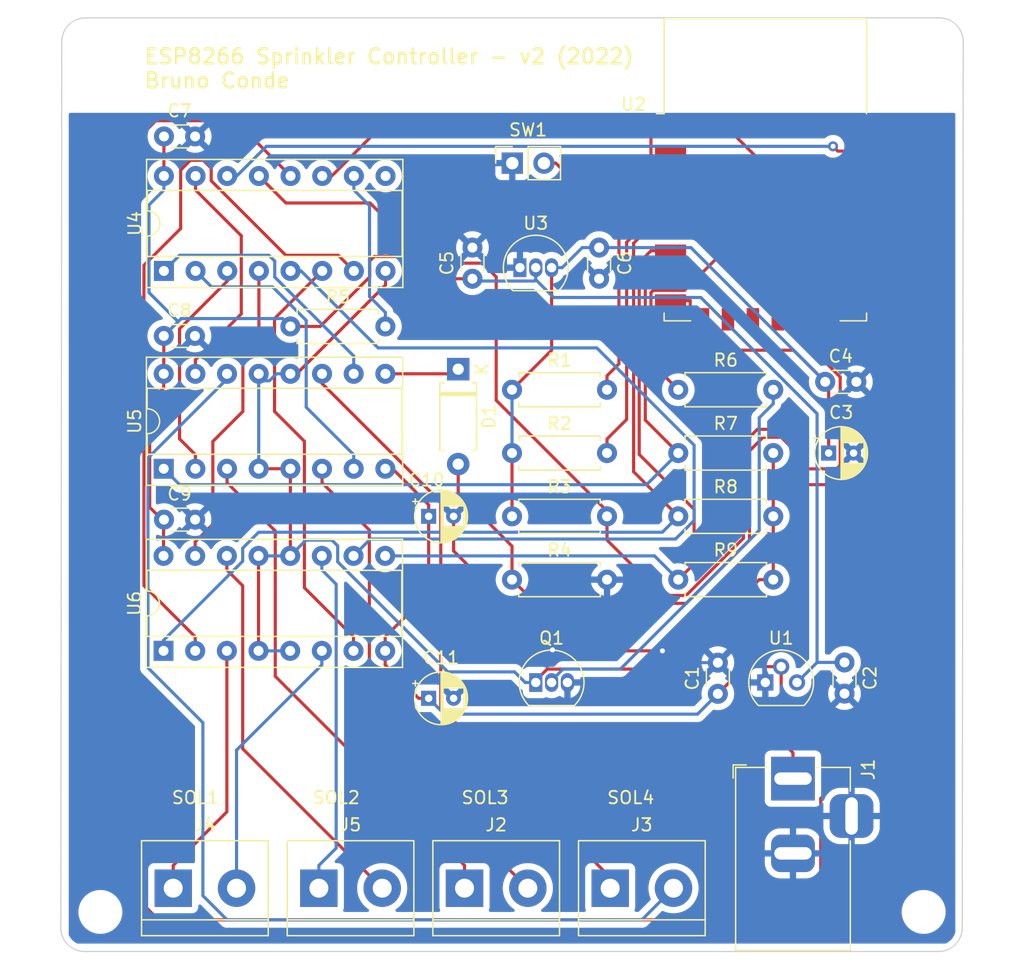
<source format=kicad_pcb>
(kicad_pcb (version 20211014) (generator pcbnew)
  (title_block (date "2022-10-23") (rev "2"))
  (layers (0 "F.Cu" signal) (31 "B.Cu" signal) (34 "B.Paste" user) (35 "F.Paste" user) (36 "B.SilkS" user "B.Silkscreen") (37 "F.SilkS" user "F.Silkscreen") (38 "B.Mask" user) (39 "F.Mask" user) (44 "Edge.Cuts" user))
  (net 0 "")
  (net 1 "+9V")
  (net 2 "Net-(J2-Pad2)")
  (net 3 "Net-(J3-Pad1)")
  (net 4 "Net-(J3-Pad2)")
  (net 5 "+3V3")
  (net 7 "Net-(J2-Pad1)")
  (net 8 "Net-(R2-Pad2)")
  (net 9 "/GND_EN")
  (net 10 "Net-(Q1-Pad2)")
  (net 11 "Net-(R1-Pad2)")
  (net 12 "/GPIO0")
  (net 13 "/GPIO15")
  (net 14 "Net-(R5-Pad2)")
  (net 15 "/GPIO13")
  (net 16 "/GPIO14")
  (net 17 "/GPIO12")
  (net 23 "/GPIO2")
  (net 24 "/GPIO4")
  (net 25 "/GPIO5")
  (net 28 "+5V")
  (net 29 "GND")
  (net 30 "/QB")
  (net 31 "/QC")
  (net 32 "/QD")
  (net 33 "Net-(J4-Pad1)")
  (net 34 "Net-(J4-Pad2)")
  (net 35 "Net-(J5-Pad1)")
  (net 36 "Net-(J5-Pad2)")
  (net 37 "/QE")
  (net 38 "/QF")
  (net 39 "/QG")
  (net 40 "/QH")
  (net 42 "/QA")
  (net 43 "/GPIO3")
  (net 44 "Net-(D1-Pad1)")
  (footprint "Diode_THT:D_A-405_P7.62mm_Horizontal" (layer "F.Cu") (at 90.932 68.834 -90)
    (fp_text reference "D1")
    (fp_text value "D_Schottky")
  )
  (footprint "Package_DIP:DIP-16_W7.62mm_Socket" (layer "F.Cu") (at 67.295 91.44 90)
    (fp_text reference "U6")
    (fp_text value "L293D")
  )
  (footprint "TerminalBlock:TerminalBlock_bornier-2_P5.08mm" (layer "F.Cu") (at 68.072 110.49)
    (fp_text reference "J4")
    (fp_text value "Screw_Terminal_01x02 ST1")
  )
  (footprint "Package_DIP:DIP-16_W7.62mm_Socket" (layer "F.Cu") (at 67.31 76.825 90)
    (fp_text reference "U5")
    (fp_text value "L293D")
  )
  (footprint "Capacitor_THT:C_Disc_D3.0mm_W1.6mm_P2.50mm" (layer "F.Cu") (at 121.92 92.37 -90)
    (fp_text reference "C2")
    (fp_text value "C_Small")
  )
  (footprint "Capacitor_THT:CP_Radial_D4.0mm_P2.00mm" (layer "F.Cu") (at 88.5624 95.25)
    (fp_text reference "C11")
    (fp_text value "C_Polarized_Small")
  )
  (footprint "Resistor_THT:R_Axial_DIN0207_L6.3mm_D2.5mm_P7.62mm_Horizontal" (layer "F.Cu") (at 95.25 75.565)
    (fp_text reference "R2")
    (fp_text value "10KΩ")
  )
  (footprint "MountingHole:MountingHole_2.5mm" (layer "F.Cu") (at 62.23 112.395)
    (fp_text reference "REF1" hide)
    (fp_text value "MountingHole_2.5mm")
  )
  (footprint "Capacitor_THT:CP_Radial_D4.0mm_P2.00mm" (layer "F.Cu") (at 120.65 75.565)
    (fp_text reference "C3")
    (fp_text value "C_Polarized")
  )
  (footprint "Resistor_THT:R_Axial_DIN0207_L6.3mm_D2.5mm_P7.62mm_Horizontal" (layer "F.Cu") (at 77.47 65.405)
    (fp_text reference "R5")
    (fp_text value "1KΩ")
  )
  (footprint "Package_TO_SOT_THT:TO-92_Inline" (layer "F.Cu") (at 97.155 93.98)
    (fp_text reference "Q1")
    (fp_text value "BC547")
  )
  (footprint "Package_DIP:DIP-16_W7.62mm_Socket" (layer "F.Cu") (at 67.325 60.95 90)
    (fp_text reference "U4")
    (fp_text value "74HC595")
  )
  (footprint "Package_TO_SOT_THT:TO-92" (layer "F.Cu") (at 115.57 93.98)
    (fp_text reference "U1")
    (fp_text value "MCP1700-5002E_TO92")
  )
  (footprint "Package_TO_SOT_THT:TO-92_Inline" (layer "F.Cu") (at 95.885 60.685)
    (fp_text reference "U3")
    (fp_text value "MCP1700-3002E_TO92")
  )
  (footprint "TerminalBlock:TerminalBlock_bornier-2_P5.08mm" (layer "F.Cu") (at 79.756 110.49)
    (fp_text reference "J5")
    (fp_text value "Screw_Terminal_01x02 ST2")
  )
  (footprint "Capacitor_THT:C_Disc_D3.0mm_W1.6mm_P2.50mm" (layer "F.Cu") (at 67.33 50.155)
    (fp_text reference "C7")
    (fp_text value "C_Small")
  )
  (footprint "Resistor_THT:R_Axial_DIN0207_L6.3mm_D2.5mm_P7.62mm_Horizontal" (layer "F.Cu") (at 108.585 70.485)
    (fp_text reference "R6")
    (fp_text value "10KΩ")
  )
  (footprint "MountingHole:MountingHole_2.5mm" (layer "F.Cu") (at 128.27 112.395)
    (fp_text reference "REF2" hide)
    (fp_text value "MountingHole_2.5mm")
  )
  (footprint "Connector_BarrelJack:BarrelJack_Horizontal" (layer "F.Cu") (at 117.7875 101.696 90)
    (fp_text reference "J1")
    (fp_text value "Barrel_Jack_Switch")
  )
  (footprint "Resistor_THT:R_Axial_DIN0207_L6.3mm_D2.5mm_P7.62mm_Horizontal" (layer "F.Cu") (at 95.25 70.485)
    (fp_text reference "R1")
    (fp_text value "10KΩ")
  )
  (footprint "Resistor_THT:R_Axial_DIN0207_L6.3mm_D2.5mm_P7.62mm_Horizontal" (layer "F.Cu") (at 95.25 85.725)
    (fp_text reference "R4")
    (fp_text value "10KΩ")
  )
  (footprint "RF_Module:ESP-12E" (layer "F.Cu") (at 115.57 52.832)
    (fp_text reference "U2")
    (fp_text value "ESP-12F")
  )
  (footprint "Capacitor_THT:CP_Radial_D4.0mm_P2.00mm" (layer "F.Cu") (at 88.5624 80.645)
    (fp_text reference "C10")
    (fp_text value "C_Polarized_Small")
  )
  (footprint "Resistor_THT:R_Axial_DIN0207_L6.3mm_D2.5mm_P7.62mm_Horizontal" (layer "F.Cu") (at 108.585 80.645)
    (fp_text reference "R8")
    (fp_text value "1KΩ")
  )
  (footprint "Resistor_THT:R_Axial_DIN0207_L6.3mm_D2.5mm_P7.62mm_Horizontal" (layer "F.Cu") (at 95.25 80.645)
    (fp_text reference "R3")
    (fp_text value "10KΩ")
  )
  (footprint "Capacitor_THT:C_Disc_D3.0mm_W1.6mm_P2.50mm" (layer "F.Cu") (at 102.235 59.075 -90)
    (fp_text reference "C6")
    (fp_text value "C_Small")
  )
  (footprint "Capacitor_THT:C_Disc_D3.0mm_W1.6mm_P2.50mm" (layer "F.Cu") (at 67.33 80.909)
    (fp_text reference "C9")
    (fp_text value "C_Small")
  )
  (footprint "MountingHole:MountingHole_2.5mm" (layer "F.Cu") (at 128.27 43.815)
    (fp_text reference "REF4" hide)
    (fp_text value "MountingHole_2.5mm")
  )
  (footprint "Capacitor_THT:C_Disc_D3.0mm_W1.6mm_P2.50mm" (layer "F.Cu") (at 92.075 61.575 90)
    (fp_text reference "C5")
    (fp_text value "C_Small")
  )
  (footprint "Capacitor_THT:C_Disc_D3.0mm_W1.6mm_P2.50mm" (layer "F.Cu") (at 67.315 66.167)
    (fp_text reference "C8")
    (fp_text value "C_Small")
  )
  (footprint "Resistor_THT:R_Axial_DIN0207_L6.3mm_D2.5mm_P7.62mm_Horizontal" (layer "F.Cu") (at 108.585 85.725)
    (fp_text reference "R9")
    (fp_text value "1KΩ")
  )
  (footprint "Resistor_THT:R_Axial_DIN0207_L6.3mm_D2.5mm_P7.62mm_Horizontal" (layer "F.Cu") (at 108.585 75.565)
    (fp_text reference "R7")
    (fp_text value "1KΩ")
  )
  (footprint "MountingHole:MountingHole_2.5mm" (layer "F.Cu") (at 62.23 43.815)
    (fp_text reference "REF3" hide)
    (fp_text value "MountingHole_2.5mm")
  )
  (footprint "Capacitor_THT:C_Disc_D3.0mm_W1.6mm_P2.50mm" (layer "F.Cu") (at 111.76 94.89 90)
    (fp_text reference "C1")
    (fp_text value "C_Small")
  )
  (footprint "Connector_PinSocket_2.54mm:PinSocket_1x02_P2.54mm_Vertical" (layer "F.Cu") (at 95.27 52.299 90)
    (fp_text reference "SW1")
    (fp_text value "SW_Push")
  )
  (footprint "TerminalBlock:TerminalBlock_bornier-2_P5.08mm" (layer "F.Cu") (at 91.44 110.49)
    (fp_text reference "J2")
    (fp_text value "Screw_Terminal_01x02 ST3")
  )
  (footprint "TerminalBlock:TerminalBlock_bornier-2_P5.08mm" (layer "F.Cu") (at 103.124 110.49)
    (fp_text reference "J3")
    (fp_text value "Screw_Terminal_01x02 ST4")
  )
  (footprint "Capacitor_THT:C_Disc_D3.0mm_W1.6mm_P2.50mm" (layer "F.Cu") (at 120.3726 69.85)
    (fp_text reference "C4")
    (fp_text value "C_Small")
  )
  (gr_line (start 129.462962 115.57) (end 60.959999 115.57) (layer "Edge.Cuts") (width 0.1))
  (gr_arc (start 59.132038 42.544999) (mid 59.69 41.197961) (end 61.037038 40.639999) (layer "Edge.Cuts") (width 0.1))
  (gr_line (start 131.445001 42.544999) (end 131.367962 113.665) (layer "Edge.Cuts") (width 0.1))
  (gr_arc (start 129.540001 40.639999) (mid 130.887039 41.197961) (end 131.445001 42.544999) (layer "Edge.Cuts") (width 0.1))
  (gr_line (start 61.037038 40.639999) (end 129.540001 40.639999) (layer "Edge.Cuts") (width 0.1))
  (gr_arc (start 131.367962 113.665) (mid 130.81 115.012038) (end 129.462962 115.57) (layer "Edge.Cuts") (width 0.1))
  (gr_line (start 59.132038 42.544999) (end 59.054999 113.665) (layer "Edge.Cuts") (width 0.1))
  (gr_arc (start 60.959999 115.57) (mid 59.612961 115.012038) (end 59.054999 113.665) (layer "Edge.Cuts") (width 0.1))
  (gr_text "ESP8266 Sprinkler Controller - v2 (2022)\nBruno Conde" (at 65.659 44.704) (layer "F.SilkS") (effects (font (size 1.2 1.2) (thickness 0.2)) (justify left)))
  (gr_text "SOL3" (at 93.091 103.224) (layer "F.SilkS") (effects (font (size 1 1))))
  (gr_text "SOL2" (at 81.153 103.224) (layer "F.SilkS") (effects (font (size 1 1))))
  (gr_text "SOL4" (at 104.775 103.224) (layer "F.SilkS") (effects (font (size 1 1))))
  (gr_text "SOL1" (at 69.85 103.224) (layer "F.SilkS") (effects (font (size 1 1))))
  (segment (start 116.84 98.6734) (end 117.7875 99.6209) (width 0.25) (layer "F.Cu") (net 1))
  (segment (start 113.94 92.71) (end 116.3075 92.71) (width 0.25) (layer "F.Cu") (net 1))
  (segment (start 116.58 92.97) (end 116.58 92.9825) (width 0.25) (layer "F.Cu") (net 1))
  (segment (start 111.76 94.89) (end 113.94 92.71) (width 0.25) (layer "F.Cu") (net 1))
  (segment (start 88.5624 86.8275) (end 85.075 90.3149) (width 0.25) (layer "F.Cu") (net 1))
  (segment (start 116.84 93.2425) (end 116.84 98.6734) (width 0.25) (layer "F.Cu") (net 1))
  (segment (start 85.6675 76.825) (end 85.09 76.825) (width 0.25) (layer "F.Cu") (net 1))
  (segment (start 117.7875 99.6209) (end 117.7875 101.696) (width 0.25) (layer "F.Cu") (net 1))
  (segment (start 88.5624 80.645) (end 88.5624 79.7199) (width 0.25) (layer "F.Cu") (net 1))
  (segment (start 88.5624 79.7199) (end 85.6675 76.825) (width 0.25) (layer "F.Cu") (net 1))
  (segment (start 88.5624 80.645) (end 88.5624 86.8275) (width 0.25) (layer "F.Cu") (net 1))
  (segment (start 85.075 91.44) (end 85.075 90.3149) (width 0.25) (layer "F.Cu") (net 1))
  (segment (start 85.075 92.5651) (end 87.7599 95.25) (width 0.25) (layer "F.Cu") (net 1))
  (segment (start 87.7599 95.25) (end 88.5624 95.25) (width 0.25) (layer "F.Cu") (net 1))
  (segment (start 85.075 91.44) (end 85.075 92.5651) (width 0.25) (layer "F.Cu") (net 1))
  (segment (start 116.84 92.71) (end 116.58 92.97) (width 0.25) (layer "F.Cu") (net 1))
  (segment (start 116.58 92.9825) (end 116.84 93.2425) (width 0.25) (layer "F.Cu") (net 1))
  (segment (start 116.3075 92.71) (end 116.58 92.9825) (width 0.25) (layer "F.Cu") (net 1))
  (segment (start 110.13 96.52) (end 89.8324 96.52) (width 0.25) (layer "B.Cu") (net 1))
  (segment (start 89.8324 96.52) (end 88.5624 95.25) (width 0.25) (layer "B.Cu") (net 1))
  (segment (start 111.76 94.89) (end 110.13 96.52) (width 0.25) (layer "B.Cu") (net 1))
  (segment (start 83.805 81.7451) (end 80.01 77.9501) (width 0.25) (layer "F.Cu") (net 2))
  (segment (start 83.805 97.775) (end 83.805 81.7451) (width 0.25) (layer "F.Cu") (net 2))
  (segment (start 80.01 76.825) (end 80.01 77.9501) (width 0.25) (layer "F.Cu") (net 2))
  (segment (start 96.52 110.49) (end 83.805 97.775) (width 0.25) (layer "F.Cu") (net 2))
  (segment (start 80.01 69.9804) (end 80.01 69.205) (width 0.25) (layer "F.Cu") (net 3))
  (segment (start 103.124 110.49) (end 103.124 109.6151) (width 0.25) (layer "F.Cu") (net 3))
  (segment (start 89.535 79.5054) (end 80.01 69.9804) (width 0.25) (layer "F.Cu") (net 3))
  (segment (start 103.124 109.6151) (end 89.535 96.0261) (width 0.25) (layer "F.Cu") (net 3))
  (segment (start 89.535 96.0261) (end 89.535 79.5054) (width 0.25) (layer "F.Cu") (net 3))
  (segment (start 72.39 113.03) (end 70.4528 111.0928) (width 0.25) (layer "B.Cu") (net 4))
  (segment (start 105.664 113.03) (end 72.39 113.03) (width 0.25) (layer "B.Cu") (net 4))
  (segment (start 108.204 110.49) (end 105.664 113.03) (width 0.25) (layer "B.Cu") (net 4))
  (segment (start 70.4528 97.2093) (end 66.0471 92.8036) (width 0.25) (layer "B.Cu") (net 4))
  (segment (start 72.39 69.6167) (end 72.39 69.205) (width 0.25) (layer "B.Cu") (net 4))
  (segment (start 66.0471 92.8036) (end 66.0471 75.9596) (width 0.25) (layer "B.Cu") (net 4))
  (segment (start 66.0471 75.9596) (end 72.39 69.6167) (width 0.25) (layer "B.Cu") (net 4))
  (segment (start 70.4528 111.0928) (end 70.4528 97.2093) (width 0.25) (layer "B.Cu") (net 4))
  (segment (start 120.3726 69.85) (end 117.8326 67.31) (width 0.25) (layer "F.Cu") (net 5))
  (segment (start 95.25 75.565) (end 95.25 80.645) (width 0.25) (layer "F.Cu") (net 5))
  (segment (start 117.8326 67.31) (end 111.1814 67.31) (width 0.25) (layer "F.Cu") (net 5))
  (segment (start 111.1814 67.31) (end 109.5451 65.6737) (width 0.25) (layer "F.Cu") (net 5))
  (segment (start 120.65 75.565) (end 120.65 74.6399) (width 0.25) (layer "F.Cu") (net 5))
  (segment (start 120.65 74.6399) (end 120.65 70.1274) (width 0.25) (layer "F.Cu") (net 5))
  (segment (start 109.5451 65.6737) (end 109.5451 63.332) (width 0.25) (layer "F.Cu") (net 5))
  (segment (start 98.425 60.685) (end 98.425 67.31) (width 0.25) (layer "F.Cu") (net 5))
  (segment (start 120.65 70.1274) (end 120.3726 69.85) (width 0.25) (layer "F.Cu") (net 5))
  (segment (start 109.5451 63.332) (end 107.97 63.332) (width 0.25) (layer "F.Cu") (net 5))
  (segment (start 98.425 67.31) (end 95.25 70.485) (width 0.25) (layer "F.Cu") (net 5))
  (segment (start 100.8851 59.075) (end 99.2751 60.685) (width 0.25) (layer "B.Cu") (net 5))
  (segment (start 98.425 60.685) (end 99.2751 60.685) (width 0.25) (layer "B.Cu") (net 5))
  (segment (start 102.235 59.075) (end 100.8851 59.075) (width 0.25) (layer "B.Cu") (net 5))
  (segment (start 95.25 75.565) (end 95.25 70.485) (width 0.25) (layer "B.Cu") (net 5))
  (segment (start 109.5976 59.075) (end 102.235 59.075) (width 0.25) (layer "B.Cu") (net 5))
  (segment (start 120.3726 69.85) (end 109.5976 59.075) (width 0.25) (layer "B.Cu") (net 5))
  (segment (start 76.2589 93.4838) (end 76.2589 81.819) (width 0.25) (layer "F.Cu") (net 7))
  (segment (start 76.2589 81.819) (end 72.39 77.9501) (width 0.25) (layer "F.Cu") (net 7))
  (segment (start 91.44 108.6649) (end 76.2589 93.4838) (width 0.25) (layer "F.Cu") (net 7))
  (segment (start 72.39 76.825) (end 72.39 77.9501) (width 0.25) (layer "F.Cu") (net 7))
  (segment (start 91.44 110.49) (end 91.44 108.6649) (width 0.25) (layer "F.Cu") (net 7))
  (segment (start 108.42205 53.332) (end 109.855 54.76495) (width 0.25) (layer "F.Cu") (net 8))
  (segment (start 109.855 55.846022) (end 109.544511 56.156511) (width 0.25) (layer "F.Cu") (net 8))
  (segment (start 109.855 54.76495) (end 109.855 55.846022) (width 0.25) (layer "F.Cu") (net 8))
  (segment (start 106.930889 56.156511) (end 104.4446 58.6428) (width 0.25) (layer "F.Cu") (net 8))
  (segment (start 109.544511 56.156511) (end 106.930889 56.156511) (width 0.25) (layer "F.Cu") (net 8))
  (segment (start 102.87 74.4399) (end 102.87 75.565) (width 0.25) (layer "F.Cu") (net 8))
  (segment (start 107.97 53.332) (end 108.42205 53.332) (width 0.25) (layer "F.Cu") (net 8))
  (segment (start 104.4446 72.8653) (end 102.87 74.4399) (width 0.25) (layer "F.Cu") (net 8))
  (segment (start 104.4446 58.6428) (end 104.4446 72.8653) (width 0.25) (layer "F.Cu") (net 8))
  (segment (start 116.205 85.725) (end 116.205 80.645) (width 0.25) (layer "F.Cu") (net 9))
  (segment (start 85.105 60.95) (end 85.105 62.0751) (width 0.25) (layer "F.Cu") (net 9))
  (segment (start 77.9751 69.205) (end 77.47 69.205) (width 0.25) (layer "F.Cu") (net 9))
  (segment (start 115.0799 85.725) (end 107.9 92.9049) (width 0.25) (layer "F.Cu") (net 9))
  (segment (start 85.105 62.0751) (end 77.9751 69.205) (width 0.25) (layer "F.Cu") (net 9))
  (segment (start 77.47 76.825) (end 74.93 76.825) (width 0.25) (layer "F.Cu") (net 9))
  (segment (start 116.205 80.645) (end 116.205 75.565) (width 0.25) (layer "F.Cu") (net 9))
  (segment (start 77.455 83.82) (end 77.47 83.805) (width 0.25) (layer "F.Cu") (net 9))
  (segment (start 98.073698 92.9049) (end 97.155 93.823598) (width 0.25) (layer "F.Cu") (net 9))
  (segment (start 97.155 93.823598) (end 97.155 93.98) (width 0.25) (layer "F.Cu") (net 9))
  (segment (start 77.47 83.805) (end 77.47 76.825) (width 0.25) (layer "F.Cu") (net 9))
  (segment (start 116.205 85.725) (end 115.0799 85.725) (width 0.25) (layer "F.Cu") (net 9))
  (segment (start 74.915 91.44) (end 74.915 83.82) (width 0.25) (layer "F.Cu") (net 9))
  (segment (start 107.9 92.9049) (end 98.073698 92.9049) (width 0.25) (layer "F.Cu") (net 9))
  (segment (start 78.725 82.55) (end 77.455 83.82) (width 0.25) (layer "B.Cu") (net 9))
  (segment (start 95.4548 93.1299) (end 90.1012 93.1299) (width 0.25) (layer "B.Cu") (net 9))
  (segment (start 74.93 69.7675) (end 74.93 70.3301) (width 0.25) (layer "B.Cu") (net 9))
  (segment (start 96.3049 93.98) (end 95.4548 93.1299) (width 0.25) (layer "B.Cu") (net 9))
  (segment (start 74.93 70.3301) (end 74.93 75.6999) (width 0.25) (layer "B.Cu") (net 9))
  (segment (start 74.93 69.205) (end 74.93 69.7675) (width 0.25) (layer "B.Cu") (net 9))
  (segment (start 81.265 83.01665) (end 80.79835 82.55) (width 0.25) (layer "B.Cu") (net 9))
  (segment (start 80.79835 82.55) (end 78.725 82.55) (width 0.25) (layer "B.Cu") (net 9))
  (segment (start 97.155 93.98) (end 96.3049 93.98) (width 0.25) (layer "B.Cu") (net 9))
  (segment (start 74.93 76.825) (end 74.93 75.6999) (width 0.25) (layer "B.Cu") (net 9))
  (segment (start 75.7824 69.7675) (end 76.3449 69.205) (width 0.25) (layer "B.Cu") (net 9))
  (segment (start 90.1012 93.1299) (end 81.265 84.2937) (width 0.25) (layer "B.Cu") (net 9))
  (segment (start 74.93 69.7675) (end 75.7824 69.7675) (width 0.25) (layer "B.Cu") (net 9))
  (segment (start 81.265 84.2937) (end 81.265 83.01665) (width 0.25) (layer "B.Cu") (net 9))
  (segment (start 77.455 91.44) (end 74.915 91.44) (width 0.25) (layer "B.Cu") (net 9))
  (segment (start 77.455 83.82) (end 74.915 83.82) (width 0.25) (layer "B.Cu") (net 9))
  (segment (start 77.47 69.205) (end 76.3449 69.205) (width 0.25) (layer "B.Cu") (net 9))
  (segment (start 99.343698 92.9049) (end 98.425 93.823598) (width 0.25) (layer "B.Cu") (net 10))
  (segment (start 115.0799 81.7701) (end 103.9451 92.9049) (width 0.25) (layer "B.Cu") (net 10))
  (segment (start 115.0799 72.7352) (end 115.0799 81.7701) (width 0.25) (layer "B.Cu") (net 10))
  (segment (start 116.205 70.485) (end 116.205 71.6101) (width 0.25) (layer "B.Cu") (net 10))
  (segment (start 116.205 71.6101) (end 115.0799 72.7352) (width 0.25) (layer "B.Cu") (net 10))
  (segment (start 98.425 93.823598) (end 98.425 93.98) (width 0.25) (layer "B.Cu") (net 10))
  (segment (start 103.9451 92.9049) (end 99.343698 92.9049) (width 0.25) (layer "B.Cu") (net 10))
  (segment (start 98.7674 52.299) (end 97.81 52.299) (width 0.25) (layer "F.Cu") (net 11))
  (segment (start 103.8258 57.3574) (end 98.7674 52.299) (width 0.25) (layer "F.Cu") (net 11))
  (segment (start 104.3695 57.3574) (end 106.3949 55.332) (width 0.25) (layer "F.Cu") (net 11))
  (segment (start 106.3949 55.332) (end 106.3949 49.332) (width 0.25) (layer "F.Cu") (net 11))
  (segment (start 107.97 55.332) (end 106.3949 55.332) (width 0.25) (layer "F.Cu") (net 11))
  (segment (start 103.8258 57.3574) (end 104.3695 57.3574) (width 0.25) (layer "F.Cu") (net 11))
  (segment (start 103.8258 68.4041) (end 102.87 69.3599) (width 0.25) (layer "F.Cu") (net 11))
  (segment (start 102.87 70.485) (end 102.87 69.3599) (width 0.25) (layer "F.Cu") (net 11))
  (segment (start 107.97 49.332) (end 106.3949 49.332) (width 0.25) (layer "F.Cu") (net 11))
  (segment (start 103.8258 57.3574) (end 103.8258 68.4041) (width 0.25) (layer "F.Cu") (net 11))
  (segment (start 93.98 71.3331) (end 93.98 61.4244) (width 0.25) (layer "F.Cu") (net 12))
  (segment (start 102.87 82.55) (end 107.315 86.995) (width 0.25) (layer "F.Cu") (net 12))
  (segment (start 119.7448 67.6319) (end 119.7448 59.1821) (width 0.25) (layer "F.Cu") (net 12))
  (segment (start 121.5949 57.332) (end 123.17 57.332) (width 0.25) (layer "F.Cu") (net 12))
  (segment (start 102.87 80.2231) (end 93.98 71.3331) (width 0.25) (layer "F.Cu") (net 12))
  (segment (start 102.87 80.645) (end 102.87 80.2231) (width 0.25) (layer "F.Cu") (net 12))
  (segment (start 119.7448 59.1821) (end 121.5949 57.332) (width 0.25) (layer "F.Cu") (net 12))
  (segment (start 121.285 76.835) (end 121.574511 76.545489) (width 0.25) (layer "F.Cu") (net 12))
  (segment (start 77.1115 55.4965) (end 74.945 53.33) (width 0.25) (layer "F.Cu") (net 12))
  (segment (start 93.98 61.4244) (end 92.8806 60.325) (width 0.25) (layer "F.Cu") (net 12))
  (segment (start 109.219282 86.995) (end 113.8127 82.401582) (width 0.25) (layer "F.Cu") (net 12))
  (segment (start 102.87 80.645) (end 102.87 82.55) (width 0.25) (layer "F.Cu") (net 12))
  (segment (start 113.8127 82.401582) (end 113.8127 74.7823) (width 0.25) (layer "F.Cu") (net 12))
  (segment (start 107.315 86.995) (end 109.219282 86.995) (width 0.25) (layer "F.Cu") (net 12))
  (segment (start 116.84 73.66) (end 118.11 74.93) (width 0.25) (layer "F.Cu") (net 12))
  (segment (start 121.574511 69.461611) (end 119.7448 67.6319) (width 0.25) (layer "F.Cu") (net 12))
  (segment (start 83.8572 55.4965) (end 77.1115 55.4965) (width 0.25) (layer "F.Cu") (net 12))
  (segment (start 92.8806 60.325) (end 88.6857 60.325) (width 0.25) (layer "F.Cu") (net 12))
  (segment (start 113.8127 74.7823) (end 114.935 73.66) (width 0.25) (layer "F.Cu") (net 12))
  (segment (start 114.935 73.66) (end 116.84 73.66) (width 0.25) (layer "F.Cu") (net 12))
  (segment (start 88.6857 60.325) (end 83.8572 55.4965) (width 0.25) (layer "F.Cu") (net 12))
  (segment (start 121.574511 76.545489) (end 121.574511 69.461611) (width 0.25) (layer "F.Cu") (net 12))
  (segment (start 118.110718 76.835) (end 121.285 76.835) (width 0.25) (layer "F.Cu") (net 12))
  (segment (start 118.11 76.834282) (end 118.110718 76.835) (width 0.25) (layer "F.Cu") (net 12))
  (segment (start 118.11 74.93) (end 118.11 76.834282) (width 0.25) (layer "F.Cu") (net 12))
  (segment (start 90.932 78.721511) (end 90.932 76.454) (width 0.25) (layer "F.Cu") (net 13))
  (segment (start 95.25 85.725) (end 95.25 83.039511) (width 0.25) (layer "F.Cu") (net 13))
  (segment (start 117.66048 75.116198) (end 117.66048 77.02048) (width 0.25) (layer "F.Cu") (net 13))
  (segment (start 118.745 78.105) (end 123.19 78.105) (width 0.25) (layer "F.Cu") (net 13))
  (segment (start 109.22 87.63) (end 114.3 82.55) (width 0.25) (layer "F.Cu") (net 13))
  (segment (start 116.839282 74.295) (end 117.66048 75.116198) (width 0.25) (layer "F.Cu") (net 13))
  (segment (start 95.25 85.725) (end 97.155 87.63) (width 0.25) (layer "F.Cu") (net 13))
  (segment (start 124.7451 76.5499) (end 124.7451 61.332) (width 0.25) (layer "F.Cu") (net 13))
  (segment (start 114.3 82.55) (end 114.3 75.39415) (width 0.25) (layer "F.Cu") (net 13))
  (segment (start 117.66048 77.02048) (end 118.745 78.105) (width 0.25) (layer "F.Cu") (net 13))
  (segment (start 123.19 78.105) (end 124.7451 76.5499) (width 0.25) (layer "F.Cu") (net 13))
  (segment (start 97.155 87.63) (end 109.22 87.63) (width 0.25) (layer "F.Cu") (net 13))
  (segment (start 114.3 75.39415) (end 115.39915 74.295) (width 0.25) (layer "F.Cu") (net 13))
  (segment (start 115.39915 74.295) (end 116.839282 74.295) (width 0.25) (layer "F.Cu") (net 13))
  (segment (start 124.7451 61.332) (end 123.17 61.332) (width 0.25) (layer "F.Cu") (net 13))
  (segment (start 95.25 83.039511) (end 90.932 78.721511) (width 0.25) (layer "F.Cu") (net 13))
  (segment (start 85.09 64.2799) (end 85.09 65.405) (width 0.25) (layer "B.Cu") (net 14))
  (segment (start 82.565 54.4551) (end 83.82 55.7101) (width 0.25) (layer "B.Cu") (net 14))
  (segment (start 83.82 55.7101) (end 83.82 63.0099) (width 0.25) (layer "B.Cu") (net 14))
  (segment (start 83.82 63.0099) (end 85.09 64.2799) (width 0.25) (layer "B.Cu") (net 14))
  (segment (start 82.565 53.33) (end 82.565 54.4551) (width 0.25) (layer "B.Cu") (net 14))
  (segment (start 105.9405 72.9205) (end 105.9405 61.7864) (width 0.25) (layer "F.Cu") (net 15))
  (segment (start 108.585 75.565) (end 105.9405 72.9205) (width 0.25) (layer "F.Cu") (net 15))
  (segment (start 105.9405 61.7864) (end 106.3949 61.332) (width 0.25) (layer "F.Cu") (net 15))
  (segment (start 107.97 61.332) (end 106.3949 61.332) (width 0.25) (layer "F.Cu") (net 15))
  (segment (start 108.585 75.565) (end 106.045 78.105) (width 0.25) (layer "B.Cu") (net 15))
  (segment (start 106.045 78.105) (end 68.59 78.105) (width 0.25) (layer "B.Cu") (net 15))
  (segment (start 68.59 78.105) (end 67.31 76.825) (width 0.25) (layer "B.Cu") (net 15))
  (segment (start 105.0033 77.0633) (end 108.585 80.645) (width 0.25) (layer "F.Cu") (net 16))
  (segment (start 107.97 57.332) (end 106.3949 57.332) (width 0.25) (layer "F.Cu") (net 16))
  (segment (start 105.0033 58.7236) (end 105.0033 77.0633) (width 0.25) (layer "F.Cu") (net 16))
  (segment (start 106.3949 57.332) (end 105.0033 58.7236) (width 0.25) (layer "F.Cu") (net 16))
  (segment (start 73.645 83.2) (end 73.645 84.2462) (width 0.25) (layer "B.Cu") (net 16))
  (segment (start 108.585 80.645) (end 107.3113 81.9187) (width 0.25) (layer "B.Cu") (net 16))
  (segment (start 74.9263 81.9187) (end 73.645 83.2) (width 0.25) (layer "B.Cu") (net 16))
  (segment (start 107.3113 81.9187) (end 74.9263 81.9187) (width 0.25) (layer "B.Cu") (net 16))
  (segment (start 73.645 84.2462) (end 67.295 90.5962) (width 0.25) (layer "B.Cu") (net 16))
  (segment (start 67.295 90.5962) (end 67.295 91.44) (width 0.25) (layer "B.Cu") (net 16))
  (segment (start 106.3949 59.332) (end 107.97 59.332) (width 0.25) (layer "F.Cu") (net 17))
  (segment (start 108.585 85.725) (end 109.855 84.455) (width 0.25) (layer "F.Cu") (net 17))
  (segment (start 109.855 80.0774) (end 105.4534 75.6758) (width 0.25) (layer "F.Cu") (net 17))
  (segment (start 105.4534 60.2735) (end 106.3949 59.332) (width 0.25) (layer "F.Cu") (net 17))
  (segment (start 109.855 84.455) (end 109.855 80.0774) (width 0.25) (layer "F.Cu") (net 17))
  (segment (start 105.4534 75.6758) (end 105.4534 60.2735) (width 0.25) (layer "F.Cu") (net 17))
  (segment (start 106.68 83.82) (end 85.075 83.82) (width 0.25) (layer "B.Cu") (net 17))
  (segment (start 108.585 85.725) (end 106.68 83.82) (width 0.25) (layer "B.Cu") (net 17))
  (segment (start 125.1984 98.1099) (end 125.1984 59.7853) (width 0.25) (layer "F.Cu") (net 23))
  (segment (start 73.05 48.895) (end 66.675 48.895) (width 0.25) (layer "F.Cu") (net 23))
  (segment (start 120.015 109.3117) (end 120.015 103.2933) (width 0.25) (layer "F.Cu") (net 23))
  (segment (start 124.7451 59.332) (end 123.17 59.332) (width 0.25) (layer "F.Cu") (net 23))
  (segment (start 65.2617 111.40205) (end 66.88965 113.03) (width 0.25) (layer "F.Cu") (net 23))
  (segment (start 120.015 103.2933) (end 125.1984 98.1099) (width 0.25) (layer "F.Cu") (net 23))
  (segment (start 116.2967 113.03) (end 120.015 109.3117) (width 0.25) (layer "F.Cu") (net 23))
  (segment (start 65.2617 50.3083) (end 65.2617 111.40205) (width 0.25) (layer "F.Cu") (net 23))
  (segment (start 125.1984 59.7853) (end 124.7451 59.332) (width 0.25) (layer "F.Cu") (net 23))
  (segment (start 77.485 53.33) (end 73.05 48.895) (width 0.25) (layer "F.Cu") (net 23))
  (segment (start 66.675 48.895) (end 65.2617 50.3083) (width 0.25) (layer "F.Cu") (net 23))
  (segment (start 66.88965 113.03) (end 116.2967 113.03) (width 0.25) (layer "F.Cu") (net 23))
  (segment (start 85.61035 48.5056) (end 80.78595 53.33) (width 0.25) (layer "F.Cu") (net 24))
  (segment (start 80.78595 53.33) (end 80.025 53.33) (width 0.25) (layer "F.Cu") (net 24))
  (segment (start 123.17 55.332) (end 124.373 55.332) (width 0.25) (layer "F.Cu") (net 24))
  (segment (start 125.095 54.61) (end 125.095 52.857978) (width 0.25) (layer "F.Cu") (net 24))
  (segment (start 125.095 52.857978) (end 124.421222 52.1842) (width 0.25) (layer "F.Cu") (net 24))
  (segment (start 124.421222 52.1842) (end 115.2309 52.1842) (width 0.25) (layer "F.Cu") (net 24))
  (segment (start 111.5523 48.5056) (end 85.61035 48.5056) (width 0.25) (layer "F.Cu") (net 24))
  (segment (start 115.2309 52.1842) (end 111.5523 48.5056) (width 0.25) (layer "F.Cu") (net 24))
  (segment (start 124.373 55.332) (end 125.095 54.61) (width 0.25) (layer "F.Cu") (net 24))
  (segment (start 106.5729 62.5068) (end 106.3948 62.6849) (width 0.25) (layer "F.Cu") (net 25))
  (segment (start 123.17 53.332) (end 118.2696 53.332) (width 0.25) (layer "F.Cu") (net 25))
  (segment (start 106.3948 62.6849) (end 106.3948 68.2948) (width 0.25) (layer "F.Cu") (net 25))
  (segment (start 109.0948 62.5068) (end 106.5729 62.5068) (width 0.25) (layer "F.Cu") (net 25))
  (segment (start 106.3948 68.2948) (end 108.585 70.485) (width 0.25) (layer "F.Cu") (net 25))
  (segment (start 118.2696 53.332) (end 109.0948 62.5068) (width 0.25) (layer "F.Cu") (net 25))
  (segment (start 88.5806 61.575) (end 92.075 61.575) (width 0.25) (layer "F.Cu") (net 28))
  (segment (start 67.31 68.6424) (end 67.31 69.205) (width 0.25) (layer "F.Cu") (net 28))
  (segment (start 77.47 65.405) (end 79.8587 65.405) (width 0.25) (layer "F.Cu") (net 28))
  (segment (start 79.8587 65.405) (end 83.835 61.4287) (width 0.25) (layer "F.Cu") (net 28))
  (segment (start 83.835 60.15165) (end 84.19415 59.7925) (width 0.25) (layer "F.Cu") (net 28))
  (segment (start 67.31 70.3301) (end 67.31 69.205) (width 0.25) (layer "F.Cu") (net 28))
  (segment (start 83.835 61.4287) (end 83.835 60.15165) (width 0.25) (layer "F.Cu") (net 28))
  (segment (start 66.1848 71.4553) (end 67.31 70.3301) (width 0.25) (layer "F.Cu") (net 28))
  (segment (start 67.295 81.031) (end 66.1848 79.9208) (width 0.25) (layer "F.Cu") (net 28))
  (segment (start 84.19415 59.7925) (end 86.7981 59.7925) (width 0.25) (layer "F.Cu") (net 28))
  (segment (start 67.31 68.6424) (end 67.31 68.0799) (width 0.25) (layer "F.Cu") (net 28))
  (segment (start 67.325 50.16) (end 67.33 50.155) (width 0.25) (layer "F.Cu") (net 28))
  (segment (start 67.315 68.0749) (end 67.315 66.167) (width 0.25) (layer "F.Cu") (net 28))
  (segment (start 66.1848 79.9208) (end 66.1848 71.4553) (width 0.25) (layer "F.Cu") (net 28))
  (segment (start 67.295 83.82) (end 67.295 81.031) (width 0.25) (layer "F.Cu") (net 28))
  (segment (start 86.7981 59.7925) (end 88.5806 61.575) (width 0.25) (layer "F.Cu") (net 28))
  (segment (start 67.325 53.33) (end 67.325 50.16) (width 0.25) (layer "F.Cu") (net 28))
  (segment (start 67.31 68.0799) (end 67.315 68.0749) (width 0.25) (layer "F.Cu") (net 28))
  (segment (start 119.72 72.405) (end 119.72 92.37) (width 0.25) (layer "B.Cu") (net 28))
  (segment (start 67.325 53.33) (end 67.325 54.4551) (width 0.25) (layer "B.Cu") (net 28))
  (segment (start 118.11 93.98) (end 119.72 92.37) (width 0.25) (layer "B.Cu") (net 28))
  (segment (start 110.3943 63.0793) (end 119.72 72.405) (width 0.25) (layer "B.Cu") (net 28))
  (segment (start 97.155 61.6475) (end 97.0424 61.7601) (width 0.25) (layer "B.Cu") (net 28))
  (segment (start 66.1303 62.6867) (end 66.1303 55.6498) (width 0.25) (layer "B.Cu") (net 28))
  (segment (start 97.0424 61.7601) (end 92.2601 61.7601) (width 0.25) (layer "B.Cu") (net 28))
  (segment (start 76.835 64.77) (end 77.47 65.405) (width 0.25) (layer "B.Cu") (net 28))
  (segment (start 92.2601 61.7601) (end 92.075 61.575) (width 0.25) (layer "B.Cu") (net 28))
  (segment (start 97.155 61.6475) (end 98.5868 63.0793) (width 0.25) (layer "B.Cu") (net 28))
  (segment (start 67.315 66.167) (end 68.4628 65.0192) (width 0.25) (layer "B.Cu") (net 28))
  (segment (start 68.4628 65.0192) (end 66.1303 62.6867) (width 0.25) (layer "B.Cu") (net 28))
  (segment (start 66.1303 55.6498) (end 67.325 54.4551) (width 0.25) (layer "B.Cu") (net 28))
  (segment (start 68.4628 65.0192) (end 68.712 64.77) (width 0.25) (layer "B.Cu") (net 28))
  (segment (start 119.72 92.37) (end 121.92 92.37) (width 0.25) (layer "B.Cu") (net 28))
  (segment (start 97.155 60.685) (end 97.155 61.6475) (width 0.25) (layer "B.Cu") (net 28))
  (segment (start 68.712 64.77) (end 76.835 64.77) (width 0.25) (layer "B.Cu") (net 28))
  (segment (start 98.5868 63.0793) (end 110.3943 63.0793) (width 0.25) (layer "B.Cu") (net 28))
  (segment (start 121.5949 68.5723) (end 121.5949 63.332) (width 0.25) (layer "F.Cu") (net 29))
  (segment (start 98.58235 91.44) (end 98.503675 91.361325) (width 0.25) (layer "F.Cu") (net 29))
  (segment (start 90.5624 83.42005) (end 90.5624 80.645) (width 0.25) (layer "F.Cu") (net 29))
  (segment (start 123.17 63.332) (end 121.5949 63.332) (width 0.25) (layer "F.Cu") (net 29))
  (segment (start 122.8726 69.85) (end 121.5949 68.5723) (width 0.25) (layer "F.Cu") (net 29))
  (segment (start 107.315 91.44) (end 98.58235 91.44) (width 0.25) (layer "F.Cu") (net 29))
  (segment (start 98.503675 91.361325) (end 90.5624 83.42005) (width 0.25) (layer "F.Cu") (net 29))
  (via (at 98.503675 91.361325) (size 0.8) (drill 0.4) (layers "F.Cu" "B.Cu") (net 29))
  (via (at 107.315 91.44) (size 0.8) (drill 0.4) (layers "F.Cu" "B.Cu") (net 29))
  (segment (start 98.503675 91.361325) (end 102.87 86.995) (width 0.25) (layer "B.Cu") (net 29))
  (segment (start 102.87 86.995) (end 102.87 85.725) (width 0.25) (layer "B.Cu") (net 29))
  (segment (start 108.265 92.39) (end 107.315 91.44) (width 0.25) (layer "B.Cu") (net 29))
  (segment (start 111.76 92.39) (end 108.265 92.39) (width 0.25) (layer "B.Cu") (net 29))
  (segment (start 68.585 59.69) (end 75.7469 59.69) (width 0.25) (layer "B.Cu") (net 30))
  (segment (start 76.215 61.4406) (end 82.55 67.7756) (width 0.25) (layer "B.Cu") (net 30))
  (segment (start 75.7469 59.69) (end 76.215 60.1581) (width 0.25) (layer "B.Cu") (net 30))
  (segment (start 76.215 60.1581) (end 76.215 61.4406) (width 0.25) (layer "B.Cu") (net 30))
  (segment (start 82.55 67.7756) (end 82.55 69.205) (width 0.25) (layer "B.Cu") (net 30))
  (segment (start 67.325 60.95) (end 68.585 59.69) (width 0.25) (layer "B.Cu") (net 30))
  (segment (start 71.145 62.23) (end 76.04765 62.23) (width 0.25) (layer "B.Cu") (net 31))
  (segment (start 69.865 60.95) (end 71.145 62.23) (width 0.25) (layer "B.Cu") (net 31))
  (segment (start 76.04765 62.23) (end 78.74 64.92235) (width 0.25) (layer "B.Cu") (net 31))
  (segment (start 78.74 64.92235) (end 78.74 71.8899) (width 0.25) (layer "B.Cu") (net 31))
  (segment (start 78.74 71.8899) (end 82.55 75.6999) (width 0.25) (layer "B.Cu") (net 31))
  (segment (start 82.55 75.6999) (end 82.55 76.825) (width 0.25) (layer "B.Cu") (net 31))
  (segment (start 72.405 61.76925) (end 72.405 60.95) (width 0.25) (layer "F.Cu") (net 32))
  (segment (start 68.58 74.4299) (end 68.58 65.59425) (width 0.25) (layer "F.Cu") (net 32))
  (segment (start 69.85 75.6999) (end 68.58 74.4299) (width 0.25) (layer "F.Cu") (net 32))
  (segment (start 68.58 65.59425) (end 72.405 61.76925) (width 0.25) (layer "F.Cu") (net 32))
  (segment (start 69.85 76.825) (end 69.85 75.6999) (width 0.25) (layer "F.Cu") (net 32))
  (segment (start 72.375 104.3619) (end 72.375 91.44) (width 0.25) (layer "F.Cu") (net 33))
  (segment (start 68.072 110.49) (end 68.072 108.6649) (width 0.25) (layer "F.Cu") (net 33))
  (segment (start 68.072 108.6649) (end 72.375 104.3619) (width 0.25) (layer "F.Cu") (net 33))
  (segment (start 73.152 99.4081) (end 79.995 92.5651) (width 0.25) (layer "B.Cu") (net 34))
  (segment (start 79.995 91.44) (end 79.995 92.5651) (width 0.25) (layer "B.Cu") (net 34))
  (segment (start 73.152 110.49) (end 73.152 99.4081) (width 0.25) (layer "B.Cu") (net 34))
  (segment (start 79.995 83.82) (end 79.995 84.9451) (width 0.25) (layer "B.Cu") (net 35))
  (segment (start 79.756 108.6649) (end 81.1431 107.2778) (width 0.25) (layer "B.Cu") (net 35))
  (segment (start 79.756 110.49) (end 79.756 108.6649) (width 0.25) (layer "B.Cu") (net 35))
  (segment (start 81.1431 86.0932) (end 79.995 84.9451) (width 0.25) (layer "B.Cu") (net 35))
  (segment (start 81.1431 107.2778) (end 81.1431 86.0932) (width 0.25) (layer "B.Cu") (net 35))
  (segment (start 72.375 83.82) (end 72.375 84.9451) (width 0.25) (layer "F.Cu") (net 36))
  (segment (start 84.836 110.49) (end 73.645 99.299) (width 0.25) (layer "F.Cu") (net 36))
  (segment (start 73.645 86.2151) (end 72.375 84.9451) (width 0.25) (layer "F.Cu") (net 36))
  (segment (start 73.645 99.299) (end 73.645 86.2151) (width 0.25) (layer "F.Cu") (net 36))
  (segment (start 73.66 66.9807) (end 73.66 72.2258) (width 0.25) (layer "F.Cu") (net 37))
  (segment (start 71.2498 74.636) (end 71.2498 81.2801) (width 0.25) (layer "F.Cu") (net 37))
  (segment (start 71.2498 81.2801) (end 69.835 82.6949) (width 0.25) (layer "F.Cu") (net 37))
  (segment (start 73.66 72.2258) (end 71.2498 74.636) (width 0.25) (layer "F.Cu") (net 37))
  (segment (start 74.945 60.95) (end 74.945 65.6957) (width 0.25) (layer "F.Cu") (net 37))
  (segment (start 74.945 65.6957) (end 73.66 66.9807) (width 0.25) (layer "F.Cu") (net 37))
  (segment (start 69.835 83.82) (end 69.835 82.6949) (width 0.25) (layer "F.Cu") (net 37))
  (segment (start 108.3658 82.4674) (end 83.8876 82.4674) (width 0.25) (layer "B.Cu") (net 38))
  (segment (start 83.8876 82.4674) (end 82.535 83.82) (width 0.25) (layer "B.Cu") (net 38))
  (segment (start 102.0523 67.1273) (end 109.855 74.93) (width 0.25) (layer "B.Cu") (net 38))
  (segment (start 77.485 60.95) (end 78.3288 60.95) (width 0.25) (layer "B.Cu") (net 38))
  (segment (start 78.3288 60.95) (end 84.5061 67.1273) (width 0.25) (layer "B.Cu") (net 38))
  (segment (start 109.855 80.9782) (end 108.3658 82.4674) (width 0.25) (layer "B.Cu") (net 38))
  (segment (start 84.5061 67.1273) (end 102.0523 67.1273) (width 0.25) (layer "B.Cu") (net 38))
  (segment (start 109.855 74.93) (end 109.855 80.9782) (width 0.25) (layer "B.Cu") (net 38))
  (segment (start 80.02 60.95) (end 76.2 64.77) (width 0.25) (layer "F.Cu") (net 39))
  (segment (start 76.2 64.77) (end 76.2 72.2258) (width 0.25) (layer "F.Cu") (net 39))
  (segment (start 76.2 72.2258) (end 78.5952 74.621) (width 0.25) (layer "F.Cu") (net 39))
  (segment (start 78.5952 74.621) (end 78.5952 86.3751) (width 0.25) (layer "F.Cu") (net 39))
  (segment (start 82.535 90.3149) (end 82.535 91.44) (width 0.25) (layer "F.Cu") (net 39))
  (segment (start 80.025 60.95) (end 80.02 60.95) (width 0.25) (layer "F.Cu") (net 39))
  (segment (start 78.5952 86.3751) (end 82.535 90.3149) (width 0.25) (layer "F.Cu") (net 39))
  (segment (start 68.6689 52.8502) (end 68.6689 57.5464) (width 0.25) (layer "F.Cu") (net 40))
  (segment (start 71.12 52.705) (end 70.485 52.07) (width 0.25) (layer "F.Cu") (net 40))
  (segment (start 82.565 60.95) (end 81.305 59.69) (width 0.25) (layer "F.Cu") (net 40))
  (segment (start 68.6689 57.5464) (end 65.7206 60.4947) (width 0.25) (layer "F.Cu") (net 40))
  (segment (start 65.7206 60.4947) (end 65.7206 86.2005) (width 0.25) (layer "F.Cu") (net 40))
  (segment (start 71.12 53.7118) (end 71.12 52.705) (width 0.25) (layer "F.Cu") (net 40))
  (segment (start 65.7206 86.2005) (end 69.835 90.3149) (width 0.25) (layer "F.Cu") (net 40))
  (segment (start 69.4491 52.07) (end 68.6689 52.8502) (width 0.25) (layer "F.Cu") (net 40))
  (segment (start 77.0982 59.69) (end 71.12 53.7118) (width 0.25) (layer "F.Cu") (net 40))
  (segment (start 81.305 59.69) (end 77.0982 59.69) (width 0.25) (layer "F.Cu") (net 40))
  (segment (start 70.485 52.07) (end 69.4491 52.07) (width 0.25) (layer "F.Cu") (net 40))
  (segment (start 69.835 90.3149) (end 69.835 91.44) (width 0.25) (layer "F.Cu") (net 40))
  (segment (start 73.5314 58.1215) (end 73.5314 64.3985) (width 0.25) (layer "F.Cu") (net 42))
  (segment (start 69.85 69.205) (end 69.85 68.0799) (width 0.25) (layer "F.Cu") (net 42))
  (segment (start 69.865 54.4551) (end 73.5314 58.1215) (width 0.25) (layer "F.Cu") (net 42))
  (segment (start 73.5314 64.3985) (end 69.85 68.0799) (width 0.25) (layer "F.Cu") (net 42))
  (segment (start 69.865 53.33) (end 69.865 54.4551) (width 0.25) (layer "F.Cu") (net 42))
  (segment (start 123.17 51.332) (end 121.3866 51.332) (width 0.25) (layer "F.Cu") (net 43))
  (segment (start 121.3866 51.332) (end 121.0023 50.9477) (width 0.25) (layer "F.Cu") (net 43))
  (via (at 121.0023 50.9477) (size 0.8) (drill 0.4) (layers "F.Cu" "B.Cu") (net 43))
  (segment (start 73.16595 53.33) (end 72.405 53.33) (width 0.25) (layer "B.Cu") (net 43))
  (segment (start 121.0023 50.9477) (end 75.54825 50.9477) (width 0.25) (layer "B.Cu") (net 43))
  (segment (start 75.54825 50.9477) (end 73.16595 53.33) (width 0.25) (layer "B.Cu") (net 43))
  (segment (start 85.09 69.205) (end 90.561 69.205) (width 0.25) (layer "F.Cu") (net 44))
  (segment (start 90.561 69.205) (end 90.932 68.834) (width 0.25) (layer "F.Cu") (net 44))
  (zone (net 29) (net_name "GND") (layer "B.Cu") (connect_pads (clearance 0.508)) (min_thickness 0.254) (fill yes (thermal_gap 0.508) (thermal_bridge_width 0.508))
    (polygon (pts (xy 130.81 114.935) (xy 59.69 114.935) (xy 59.69 48.26) (xy 130.81 48.26)))
  )
)
</source>
